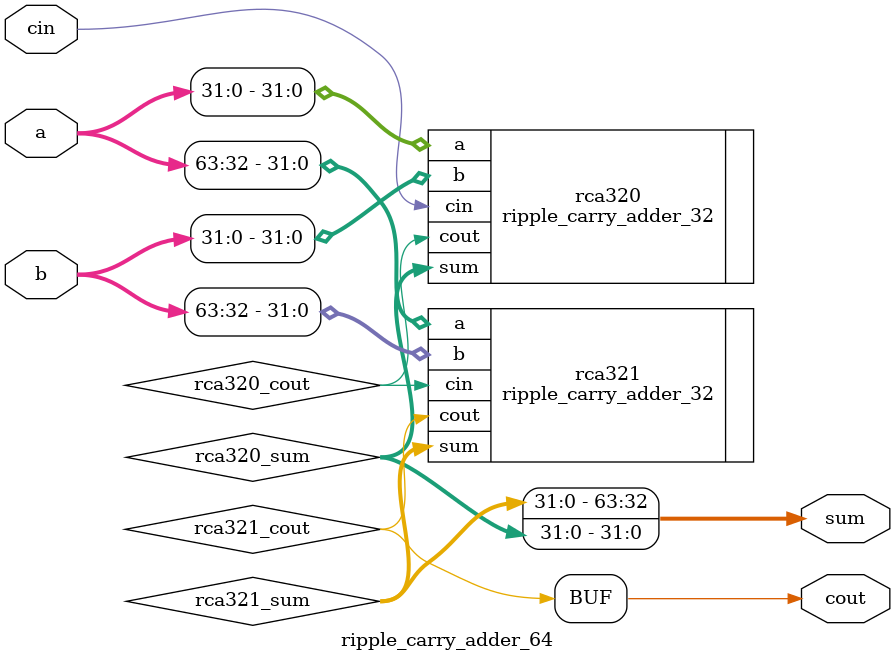
<source format=v>
`include "../../src/verilog/ripple_carry_adder_32.v"

module ripple_carry_adder_64(
    input wire [63:0] a,
    input wire [63:0] b,
    input wire cin,
    output wire cout,
    output wire [63:0] sum
);

wire rca320_cout;
wire [31:0] rca320_sum;
wire rca321_cout;
wire [31:0] rca321_sum;

ripple_carry_adder_32 rca320(
    .a(a[31:0]),
    .b(b[31:0]),
    .cin(cin),
    .cout(rca320_cout),
    .sum(rca320_sum)
);

ripple_carry_adder_32 rca321(
    .a(a[63:32]),
    .b(b[63:32]),
    .cin(rca320_cout),
    .cout(rca321_cout),
    .sum(rca321_sum)
);

assign cout = rca321_cout;
assign sum = {rca321_sum, rca320_sum};

endmodule
</source>
